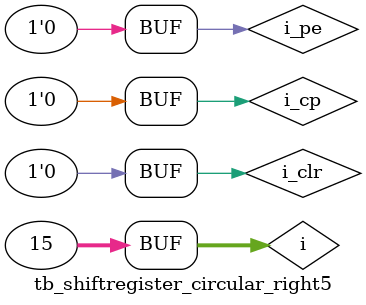
<source format=v>
module tb_shiftregister_circular_right5;
reg i_cp;
reg i_clr;
reg i_pe;
wire [4:0] o_q;
wire [4:0] o_q_;
integer i;

initial begin
    i_cp = 1'b0;
    i_clr = 1'b1;
    i_pe = 1'b0;
    i = 0;
    
    #10;
    i_clr = 1'b0;
    
    for (i = 0; i < 4'hf; i = i + 1) begin
        if (i == 0) begin
            i_pe = 1'b1;
        end
        
        i_cp = 1'b1;
        
        #5;
        i_cp = 1'b0;
        i_pe = 1'b0;
        
        #5;
    end
end

shiftregister_circular_right5 dut(
    .clockpulse(i_cp),
    .clear(i_clr),
    .preset_enable(i_pe),
    .preset(5'b11000),
    .signal_q(o_q),
    .signal_q_(o_q_)
);

endmodule

</source>
